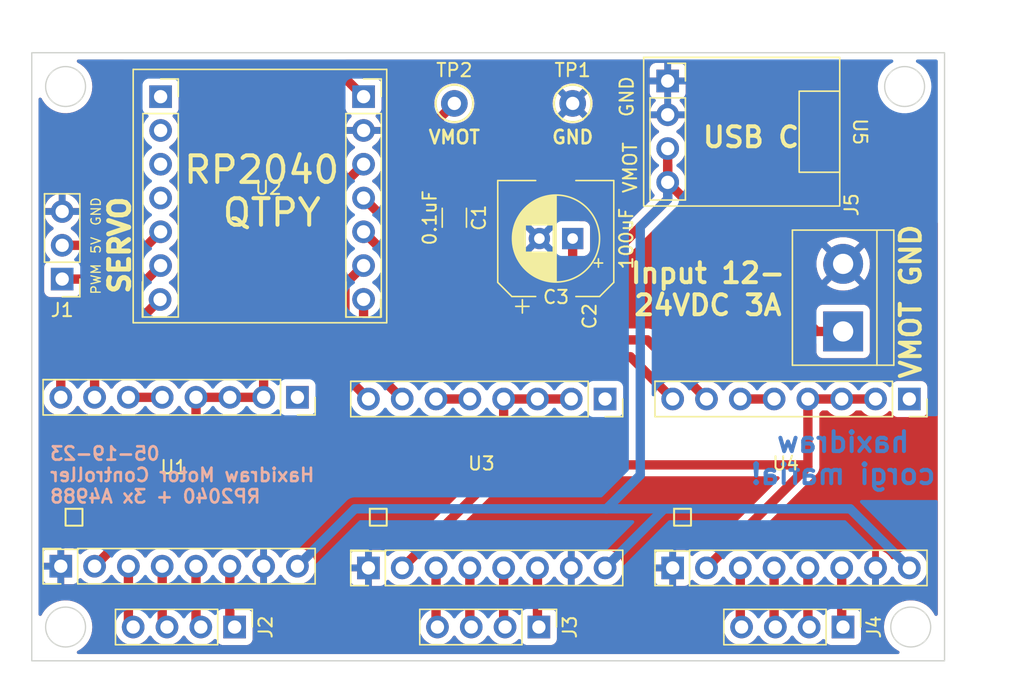
<source format=kicad_pcb>
(kicad_pcb (version 20211014) (generator pcbnew)
  (layers (0 "F.Cu" signal) (31 "B.Cu" signal) (34 "B.Paste" user) (35 "F.Paste" user) (36 "B.SilkS" user "B.Silkscreen") (37 "F.SilkS" user "F.Silkscreen") (38 "B.Mask" user) (39 "F.Mask" user) (44 "Edge.Cuts" user))
  (net 0 "")
  (net 1 "GND")
  (net 2 "Net-(J1-Pad1)")
  (net 3 "+5V")
  (net 4 "Net-(J2-Pad1)")
  (net 5 "Net-(J2-Pad2)")
  (net 6 "Net-(J2-Pad3)")
  (net 7 "Net-(J2-Pad4)")
  (net 8 "Net-(J3-Pad1)")
  (net 9 "Net-(J3-Pad2)")
  (net 10 "Net-(J3-Pad3)")
  (net 11 "Net-(J3-Pad4)")
  (net 12 "Net-(J4-Pad1)")
  (net 13 "Net-(J4-Pad2)")
  (net 14 "Net-(J4-Pad3)")
  (net 15 "Net-(J4-Pad4)")
  (net 17 "+3V3")
  (net 18 "Net-(U1-Pad5)")
  (net 19 "Net-(U1-Pad7)")
  (net 20 "Net-(U1-Pad8)")
  (net 25 "A7")
  (net 26 "A8")
  (net 27 "A9")
  (net 28 "A10")
  (net 30 "Net-(U3-Pad5)")
  (net 32 "Net-(U4-Pad5)")
  (net 33 "VMOT")
  (footprint "Capacitor_SMD:C_1206_3216Metric_Pad1.33x1.80mm_HandSolder" (layer "F.Cu") (at 72.39 70.8275 -90)
    (fp_text reference "C1" (at 0 -1.85 90) (layer "F.SilkS"))
    (fp_text value "0.1uF" (at 0 1.85 90) (layer "F.SilkS"))
    (fp_line (start -0.711252 0.91) (end 0.711252 0.91) (layer "F.SilkS") (width 0.12))
    (fp_line (start -0.711252 -0.91) (end 0.711252 -0.91) (layer "F.SilkS") (width 0.12))
    (pad "1" smd roundrect (at -1.5625 0 270) (size 1.325 1.8) (layers "F.Cu" "F.Paste" "F.Mask") (roundrect_rratio 0.1886792453) (net 1 "GND"))
    (pad "2" smd roundrect (at 1.5625 0 270) (size 1.325 1.8) (layers "F.Cu" "F.Paste" "F.Mask") (roundrect_rratio 0.1886792453) (net 33 "VMOT"))
  )
  (footprint "TestPoint:TestPoint_Keystone_5000-5004_Miniature" (layer "F.Cu") (at 72.39 62.23)
    (fp_text reference "TP2" (at 0 -2.5) (layer "F.SilkS"))
    (fp_text value "TestPoint")
    (fp_circle (center 0 0) (end 1.4 0) (layer "F.SilkS") (width 0.15) (fill none))
    (pad "1" thru_hole circle (at 0 0) (size 2 2) (drill 1) (layers *.Cu *.Mask) (net 33 "VMOT"))
  )
  (footprint "haxidraw:A4988" (layer "F.Cu") (at 68.9905 91.158 -90)
    (fp_text reference "U1" (at -1.575 17.6825 unlocked) (layer "F.SilkS"))
    (fp_text value "A4988")
    (fp_line (start 4.54 27.5) (end 4.54 26.17) (layer "F.SilkS") (width 0.12))
    (fp_line (start 7.2 26.17) (end 7.2 27.5) (layer "F.SilkS") (width 0.12))
    (fp_line (start 7.2 24.9) (end 4.54 24.9) (layer "F.SilkS") (width 0.12))
    (fp_line (start 7.2 24.9) (end 7.2 7.06) (layer "F.SilkS") (width 0.12))
    (fp_line (start -6.83 7.06) (end -5.5 7.06) (layer "F.SilkS") (width 0.12))
    (fp_line (start -5.5 9.66) (end -5.5 27.5) (layer "F.SilkS") (width 0.12))
    (fp_line (start -5.5 7.06) (end -5.5 8.39) (layer "F.SilkS") (width 0.12))
    (fp_line (start 5.87 27.5) (end 4.54 27.5) (layer "F.SilkS") (width 0.12))
    (fp_line (start -8.16 27.5) (end -5.5 27.5) (layer "F.SilkS") (width 0.12))
    (fp_line (start -8.16 9.66) (end -8.16 27.5) (layer "F.SilkS") (width 0.12))
    (fp_line (start 7.2 27.5) (end 5.87 27.5) (layer "F.SilkS") (width 0.12))
    (fp_line (start 4.6 24.84) (end 4.6 27.5) (layer "F.SilkS") (width 0.12))
    (fp_line (start 4.54 24.9) (end 4.54 7.06) (layer "F.SilkS") (width 0.12))
    (fp_line (start -8.16 9.66) (end -5.5 9.66) (layer "F.SilkS") (width 0.12))
    (fp_line (start 7.2 7.06) (end 4.54 7.06) (layer "F.SilkS") (width 0.12))
    (fp_line (start -8.16 24.84) (end -8.16 27.5) (layer "F.SilkS") (width 0.12))
    (pad "1" thru_hole rect (at -6.83 8.39 270) (size 1.7 1.7) (drill 1) (layers *.Cu *.Mask))
    (pad "2" thru_hole oval (at -6.83 10.93 270) (size 1.7 1.7) (drill 1) (layers *.Cu *.Mask) (net 17 "+3V3"))
    (pad "3" thru_hole oval (at -6.83 13.47 270) (size 1.7 1.7) (drill 1) (layers *.Cu *.Mask) (net 17 "+3V3"))
    (pad "4" thru_hole oval (at -6.83 16.01 270) (size 1.7 1.7) (drill 1) (layers *.Cu *.Mask) (net 17 "+3V3"))
    (pad "5" thru_hole oval (at -6.83 18.55 270) (size 1.7 1.7) (drill 1) (layers *.Cu *.Mask) (net 18 "Net-(U1-Pad5)"))
    (pad "6" thru_hole oval (at -6.83 21.09 270) (size 1.7 1.7) (drill 1) (layers *.Cu *.Mask) (net 18 "Net-(U1-Pad5)"))
    (pad "7" thru_hole oval (at -6.83 23.63 270) (size 1.7 1.7) (drill 1) (layers *.Cu *.Mask) (net 19 "Net-(U1-Pad7)"))
    (pad "8" thru_hole oval (at -6.83 26.17 270) (size 1.7 1.7) (drill 1) (layers *.Cu *.Mask) (net 20 "Net-(U1-Pad8)"))
    (pad "9" thru_hole rect (at 5.87 26.17 90) (size 1.7 1.7) (drill 1) (layers *.Cu *.Mask) (net 1 "GND"))
    (pad "10" thru_hole oval (at 5.87 23.63 90) (size 1.7 1.7) (drill 1) (layers *.Cu *.Mask) (net 17 "+3V3"))
    (pad "11" thru_hole oval (at 5.87 21.09 90) (size 1.7 1.7) (drill 1) (layers *.Cu *.Mask) (net 7 "Net-(J2-Pad4)"))
    (pad "12" thru_hole oval (at 5.87 18.55 90) (size 1.7 1.7) (drill 1) (layers *.Cu *.Mask) (net 6 "Net-(J2-Pad3)"))
    (pad "13" thru_hole oval (at 5.87 16.01 90) (size 1.7 1.7) (drill 1) (layers *.Cu *.Mask) (net 5 "Net-(J2-Pad2)"))
    (pad "14" thru_hole oval (at 5.87 13.47 90) (size 1.7 1.7) (drill 1) (layers *.Cu *.Mask) (net 4 "Net-(J2-Pad1)"))
    (pad "15" thru_hole oval (at 5.87 10.93 90) (size 1.7 1.7) (drill 1) (layers *.Cu *.Mask) (net 1 "GND"))
    (pad "16" thru_hole oval (at 5.87 8.39 90) (size 1.7 1.7) (drill 1) (layers *.Cu *.Mask) (net 33 "VMOT"))
  )
  (footprint "Connector_PinHeader_2.54mm:PinHeader_1x04_P2.54mm_Vertical" (layer "F.Cu") (at 101.59 101.6 -90)
    (fp_text reference "J4" (at 0 -2.33 90) (layer "F.SilkS"))
    (fp_text value "Conn_01x04")
    (fp_line (start -1.33 1.27) (end 1.33 1.27) (layer "F.SilkS") (width 0.12))
    (fp_line (start -1.33 8.95) (end 1.33 8.95) (layer "F.SilkS") (width 0.12))
    (fp_line (start -1.33 -1.33) (end 0 -1.33) (layer "F.SilkS") (width 0.12))
    (fp_line (start -1.33 0) (end -1.33 -1.33) (layer "F.SilkS") (width 0.12))
    (fp_line (start -1.33 1.27) (end -1.33 8.95) (layer "F.SilkS") (width 0.12))
    (fp_line (start 1.33 1.27) (end 1.33 8.95) (layer "F.SilkS") (width 0.12))
    (pad "1" thru_hole rect (at 0 0 270) (size 1.7 1.7) (drill 1) (layers *.Cu *.Mask) (net 12 "Net-(J4-Pad1)"))
    (pad "2" thru_hole oval (at 0 2.54 270) (size 1.7 1.7) (drill 1) (layers *.Cu *.Mask) (net 13 "Net-(J4-Pad2)"))
    (pad "3" thru_hole oval (at 0 5.08 270) (size 1.7 1.7) (drill 1) (layers *.Cu *.Mask) (net 14 "Net-(J4-Pad3)"))
    (pad "4" thru_hole oval (at 0 7.62 270) (size 1.7 1.7) (drill 1) (layers *.Cu *.Mask) (net 15 "Net-(J4-Pad4)"))
  )
  (footprint "haxidraw:QTPYXIAORP2040" (layer "F.Cu") (at 58.42 55.863)
    (fp_text reference "U2" (at 0 12.717 unlocked) (layer "F.SilkS"))
    (fp_text value "QTPY/XIAO_RP2040")
    (fp_line (start 8.48 4.53) (end 8.48 5.86) (layer "F.SilkS") (width 0.12))
    (fp_line (start -10.16 22.86) (end -10.16 3.81) (layer "F.SilkS") (width 0.12))
    (fp_line (start 5.82 22.43) (end 8.48 22.43) (layer "F.SilkS") (width 0.12))
    (fp_line (start 5.82 7.13) (end 5.82 22.43) (layer "F.SilkS") (width 0.12))
    (fp_line (start -9.43 7.13) (end -6.77 7.13) (layer "F.SilkS") (width 0.12))
    (fp_line (start 8.43 22.44) (end 7.1 22.44) (layer "F.SilkS") (width 0.12))
    (fp_line (start 8.48 7.13) (end 8.48 22.43) (layer "F.SilkS") (width 0.12))
    (fp_line (start 5.83 19.78) (end 5.83 22.44) (layer "F.SilkS") (width 0.12))
    (fp_line (start -8.1 4.53) (end -6.77 4.53) (layer "F.SilkS") (width 0.12))
    (fp_line (start -6.77 4.53) (end -6.77 5.86) (layer "F.SilkS") (width 0.12))
    (fp_line (start 5.82 7.13) (end 8.48 7.13) (layer "F.SilkS") (width 0.12))
    (fp_line (start -9.47 19.78) (end -9.47 22.44) (layer "F.SilkS") (width 0.12))
    (fp_line (start -10.16 3.81) (end 8.89 3.81) (layer "F.SilkS") (width 0.12))
    (fp_line (start 8.89 3.81) (end 8.89 22.86) (layer "F.SilkS") (width 0.12))
    (fp_line (start -9.43 22.43) (end -6.77 22.43) (layer "F.SilkS") (width 0.12))
    (fp_line (start 7.15 4.53) (end 8.48 4.53) (layer "F.SilkS") (width 0.12))
    (fp_line (start 8.43 21.11) (end 8.43 22.44) (layer "F.SilkS") (width 0.12))
    (fp_line (start -6.77 7.13) (end -6.77 22.43) (layer "F.SilkS") (width 0.12))
    (fp_line (start 8.89 22.86) (end -10.16 22.86) (layer "F.SilkS") (width 0.12))
    (fp_line (start -9.43 7.13) (end -9.43 22.43) (layer "F.SilkS") (width 0.12))
    (pad "0" thru_hole rect (at -8.1 5.86) (size 1.7 1.7) (drill 1) (layers *.Cu *.Mask))
    (pad "1" thru_hole oval (at -8.1 8.4) (size 1.7 1.7) (drill 1) (layers *.Cu *.Mask))
    (pad "2" thru_hole oval (at -8.1 10.94) (size 1.7 1.7) (drill 1) (layers *.Cu *.Mask))
    (pad "3" thru_hole oval (at -8.1 13.48) (size 1.7 1.7) (drill 1) (layers *.Cu *.Mask))
    (pad "3V3" thru_hole oval (at 7.15 10.94) (size 1.7 1.7) (drill 1) (layers *.Cu *.Mask) (net 17 "+3V3"))
    (pad "4" thru_hole oval (at -8.1 16.02) (size 1.7 1.7) (drill 1) (layers *.Cu *.Mask) (net 2 "Net-(J1-Pad1)"))
    (pad "5" thru_hole oval (at -8.1 18.56) (size 1.7 1.7) (drill 1) (layers *.Cu *.Mask) (net 20 "Net-(U1-Pad8)"))
    (pad "5V" thru_hole rect (at 7.15 5.86) (size 1.7 1.7) (drill 1) (layers *.Cu *.Mask) (net 3 "+5V"))
    (pad "6" thru_hole oval (at -8.14 21.11 270) (size 1.7 1.7) (drill 1) (layers *.Cu *.Mask) (net 19 "Net-(U1-Pad7)"))
    (pad "7" thru_hole oval (at 7.15 21.1) (size 1.7 1.7) (drill 1) (layers *.Cu *.Mask) (net 25 "A7"))
    (pad "8" thru_hole oval (at 7.15 18.56) (size 1.7 1.7) (drill 1) (layers *.Cu *.Mask) (net 26 "A8"))
    (pad "9" thru_hole oval (at 7.15 16.02) (size 1.7 1.7) (drill 1) (layers *.Cu *.Mask) (net 27 "A9"))
    (pad "10" thru_hole oval (at 7.15 13.48) (size 1.7 1.7) (drill 1) (layers *.Cu *.Mask) (net 28 "A10"))
    (pad "GND" thru_hole oval (at 7.15 8.4) (size 1.7 1.7) (drill 1) (layers *.Cu *.Mask) (net 1 "GND"))
  )
  (footprint "Connector_PinHeader_2.54mm:PinHeader_1x04_P2.54mm_Vertical" (layer "F.Cu") (at 55.88 101.6 -90)
    (fp_text reference "J2" (at 0 -2.33 90) (layer "F.SilkS"))
    (fp_text value "Conn_01x04")
    (fp_line (start -1.33 -1.33) (end 0 -1.33) (layer "F.SilkS") (width 0.12))
    (fp_line (start 1.33 1.27) (end 1.33 8.95) (layer "F.SilkS") (width 0.12))
    (fp_line (start -1.33 0) (end -1.33 -1.33) (layer "F.SilkS") (width 0.12))
    (fp_line (start -1.33 1.27) (end 1.33 1.27) (layer "F.SilkS") (width 0.12))
    (fp_line (start -1.33 1.27) (end -1.33 8.95) (layer "F.SilkS") (width 0.12))
    (fp_line (start -1.33 8.95) (end 1.33 8.95) (layer "F.SilkS") (width 0.12))
    (pad "1" thru_hole rect (at 0 0 270) (size 1.7 1.7) (drill 1) (layers *.Cu *.Mask) (net 4 "Net-(J2-Pad1)"))
    (pad "2" thru_hole oval (at 0 2.54 270) (size 1.7 1.7) (drill 1) (layers *.Cu *.Mask) (net 5 "Net-(J2-Pad2)"))
    (pad "3" thru_hole oval (at 0 5.08 270) (size 1.7 1.7) (drill 1) (layers *.Cu *.Mask) (net 6 "Net-(J2-Pad3)"))
    (pad "4" thru_hole oval (at 0 7.62 270) (size 1.7 1.7) (drill 1) (layers *.Cu *.Mask) (net 7 "Net-(J2-Pad4)"))
  )
  (footprint "haxidraw:A4988" (layer "F.Cu") (at 114.9645 91.285 -90)
    (fp_text reference "U4" (at -1.98 17.6825 unlocked) (layer "F.SilkS"))
    (fp_text value "A4988")
    (fp_line (start 4.6 24.84) (end 4.6 27.5) (layer "F.SilkS") (width 0.12))
    (fp_line (start 7.2 26.17) (end 7.2 27.5) (layer "F.SilkS") (width 0.12))
    (fp_line (start -8.16 24.84) (end -8.16 27.5) (layer "F.SilkS") (width 0.12))
    (fp_line (start -8.16 27.5) (end -5.5 27.5) (layer "F.SilkS") (width 0.12))
    (fp_line (start -5.5 7.06) (end -5.5 8.39) (layer "F.SilkS") (width 0.12))
    (fp_line (start 4.54 27.5) (end 4.54 26.17) (layer "F.SilkS") (width 0.12))
    (fp_line (start -5.5 9.66) (end -5.5 27.5) (layer "F.SilkS") (width 0.12))
    (fp_line (start 7.2 24.9) (end 4.54 24.9) (layer "F.SilkS") (width 0.12))
    (fp_line (start 7.2 24.9) (end 7.2 7.06) (layer "F.SilkS") (width 0.12))
    (fp_line (start -8.16 9.66) (end -5.5 9.66) (layer "F.SilkS") (width 0.12))
    (fp_line (start 7.2 27.5) (end 5.87 27.5) (layer "F.SilkS") (width 0.12))
    (fp_line (start 7.2 7.06) (end 4.54 7.06) (layer "F.SilkS") (width 0.12))
    (fp_line (start 4.54 24.9) (end 4.54 7.06) (layer "F.SilkS") (width 0.12))
    (fp_line (start 5.87 27.5) (end 4.54 27.5) (layer "F.SilkS") (width 0.12))
    (fp_line (start -6.83 7.06) (end -5.5 7.06) (layer "F.SilkS") (width 0.12))
    (fp_line (start -8.16 9.66) (end -8.16 27.5) (layer "F.SilkS") (width 0.12))
    (pad "1" thru_hole rect (at -6.83 8.39 270) (size 1.7 1.7) (drill 1) (layers *.Cu *.Mask))
    (pad "2" thru_hole oval (at -6.83 10.93 270) (size 1.7 1.7) (drill 1) (layers *.Cu *.Mask) (net 17 "+3V3"))
    (pad "3" thru_hole oval (at -6.83 13.47 270) (size 1.7 1.7) (drill 1) (layers *.Cu *.Mask) (net 17 "+3V3"))
    (pad "4" thru_hole oval (at -6.83 16.01 270) (size 1.7 1.7) (drill 1) (layers *.Cu *.Mask) (net 17 "+3V3"))
    (pad "5" thru_hole oval (at -6.83 18.55 270) (size 1.7 1.7) (drill 1) (layers *.Cu *.Mask) (net 32 "Net-(U4-Pad5)"))
    (pad "6" thru_hole oval (at -6.83 21.09 270) (size 1.7 1.7) (drill 1) (layers *.Cu *.Mask) (net 32 "Net-(U4-Pad5)"))
    (pad "7" thru_hole oval (at -6.83 23.63 270) (size 1.7 1.7) (drill 1) (layers *.Cu *.Mask) (net 28 "A10"))
    (pad "8" thru_hole oval (at -6.83 26.17 270) (size 1.7 1.7) (drill 1) (layers *.Cu *.Mask) (net 27 "A9"))
    (pad "9" thru_hole rect (at 5.87 26.17 90) (size 1.7 1.7) (drill 1) (layers *.Cu *.Mask) (net 1 "GND"))
    (pad "10" thru_hole oval (at 5.87 23.63 90) (size 1.7 1.7) (drill 1) (layers *.Cu *.Mask) (net 17 "+3V3"))
    (pad "11" thru_hole oval (at 5.87 21.09 90) (size 1.7 1.7) (drill 1) (layers *.Cu *.Mask) (net 15 "Net-(J4-Pad4)"))
    (pad "12" thru_hole oval (at 5.87 18.55 90) (size 1.7 1.7) (drill 1) (layers *.Cu *.Mask) (net 14 "Net-(J4-Pad3)"))
    (pad "13" thru_hole oval (at 5.87 16.01 90) (size 1.7 1.7) (drill 1) (layers *.Cu *.Mask) (net 13 "Net-(J4-Pad2)"))
    (pad "14" thru_hole oval (at 5.87 13.47 90) (size 1.7 1.7) (drill 1) (layers *.Cu *.Mask) (net 12 "Net-(J4-Pad1)"))
    (pad "15" thru_hole oval (at 5.87 10.93 90) (size 1.7 1.7) (drill 1) (layers *.Cu *.Mask) (net 1 "GND"))
    (pad "16" thru_hole oval (at 5.87 8.39 90) (size 1.7 1.7) (drill 1) (layers *.Cu *.Mask) (net 33 "VMOT"))
  )
  (footprint "Capacitor_SMD:CP_Elec_8x10.5" (layer "F.Cu") (at 80.01 72.39 90)
    (fp_text reference "C2" (at -5.842 2.54 90) (layer "F.SilkS"))
    (fp_text value "100uF" (at 0 5.3 90) (layer "F.SilkS"))
    (fp_line (start -3.295563 4.36) (end 4.36 4.36) (layer "F.SilkS") (width 0.12))
    (fp_line (start -4.36 -3.295563) (end -3.295563 -4.36) (layer "F.SilkS") (width 0.12))
    (fp_line (start -3.295563 -4.36) (end 4.36 -4.36) (layer "F.SilkS") (width 0.12))
    (fp_line (start -5.6 -2.51) (end -4.6 -2.51) (layer "F.SilkS") (width 0.12))
    (fp_line (start -5.1 -3.01) (end -5.1 -2.01) (layer "F.SilkS") (width 0.12))
    (fp_line (start -4.36 -3.295563) (end -4.36 -1.51) (layer "F.SilkS") (width 0.12))
    (fp_line (start 4.36 -4.36) (end 4.36 -1.51) (layer "F.SilkS") (width 0.12))
    (fp_line (start 4.36 4.36) (end 4.36 1.51) (layer "F.SilkS") (width 0.12))
    (fp_line (start -4.36 3.295563) (end -3.295563 4.36) (layer "F.SilkS") (width 0.12))
    (fp_line (start -4.36 3.295563) (end -4.36 1.51) (layer "F.SilkS") (width 0.12))
    (pad "1" smd roundrect (at -3.7 0 90) (size 4.4 2.5) (layers "F.Cu" "F.Paste" "F.Mask") (roundrect_rratio 0.1) (net 33 "VMOT"))
    (pad "2" smd roundrect (at 3.7 0 90) (size 4.4 2.5) (layers "F.Cu" "F.Paste" "F.Mask") (roundrect_rratio 0.1) (net 1 "GND"))
  )
  (footprint "TerminalBlock:TerminalBlock_bornier-2_P5.08mm" (layer "F.Cu") (at 101.6 79.375 90)
    (fp_text reference "J5" (at 9.525 0.635 90) (layer "F.SilkS"))
    (fp_text value "Screw_Terminal_01x02")
    (fp_line (start -2.54 -3.81) (end -2.54 3.81) (layer "F.SilkS") (width 0.12))
    (fp_line (start 7.62 2.54) (end -2.54 2.54) (layer "F.SilkS") (width 0.12))
    (fp_line (start 7.62 -3.81) (end -2.54 -3.81) (layer "F.SilkS") (width 0.12))
    (fp_line (start -2.54 3.81) (end 7.62 3.81) (layer "F.SilkS") (width 0.12))
    (fp_line (start 7.62 3.81) (end 7.62 -3.81) (layer "F.SilkS") (width 0.12))
    (pad "1" thru_hole rect (at 0 0 90) (size 3 3) (drill 1.52) (layers *.Cu *.Mask) (net 33 "VMOT"))
    (pad "2" thru_hole circle (at 5.08 0 90) (size 3 3) (drill 1.52) (layers *.Cu *.Mask) (net 1 "GND"))
  )
  (footprint "haxidraw:usbcPD" (layer "F.Cu") (at 94.742 54.705)
    (fp_text reference "U5" (at 8.128 9.652 270 unlocked) (layer "F.SilkS"))
    (fp_text value "USBC_PD")
    (fp_line (start -7.652 7.11) (end -7.652 14.79) (layer "F.SilkS") (width 0.12))
    (fp_line (start -7.652 7.11) (end -4.992 7.11) (layer "F.SilkS") (width 0.12))
    (fp_line (start -6.322 4.51) (end -4.992 4.51) (layer "F.SilkS") (width 0.12))
    (fp_line (start -7.652 14.79) (end -4.992 14.79) (layer "F.SilkS") (width 0.12))
    (fp_line (start -4.992 4.51) (end -4.992 5.84) (layer "F.SilkS") (width 0.12))
    (fp_line (start -4.992 7.11) (end -4.992 14.79) (layer "F.SilkS") (width 0.12))
    (fp_rect (start -8.128 4.064) (end 6.604 15.24) (layer "F.SilkS") (width 0.12) (fill none))
    (fp_rect (start 6.604 6.604) (end 3.556 12.7) (layer "F.SilkS") (width 0.12) (fill none))
    (pad "1" thru_hole rect (at -6.322 5.84) (size 1.7 1.7) (drill 1) (layers *.Cu *.Mask) (net 1 "GND"))
    (pad "2" thru_hole oval (at -6.322 8.38) (size 1.7 1.7) (drill 1) (layers *.Cu *.Mask) (net 1 "GND"))
    (pad "3" thru_hole oval (at -6.322 10.92) (size 1.7 1.7) (drill 1) (layers *.Cu *.Mask) (net 33 "VMOT"))
    (pad "4" thru_hole oval (at -6.322 13.46) (size 1.7 1.7) (drill 1) (layers *.Cu *.Mask) (net 33 "VMOT"))
  )
  (footprint "Connector_PinHeader_2.54mm:PinHeader_1x03_P2.54mm_Vertical" (layer "F.Cu") (at 42.926 75.438 180)
    (fp_text reference "J1" (at 0 -2.33) (layer "F.SilkS"))
    (fp_text value "Conn_01x03")
    (fp_line (start -1.33 0) (end -1.33 -1.33) (layer "F.SilkS") (width 0.12))
    (fp_line (start -1.33 6.41) (end 1.33 6.41) (layer "F.SilkS") (width 0.12))
    (fp_line (start -1.33 1.27) (end 1.33 1.27) (layer "F.SilkS") (width 0.12))
    (fp_line (start -1.33 1.27) (end -1.33 6.41) (layer "F.SilkS") (width 0.12))
    (fp_line (start 1.33 1.27) (end 1.33 6.41) (layer "F.SilkS") (width 0.12))
    (fp_line (start -1.33 -1.33) (end 0 -1.33) (layer "F.SilkS") (width 0.12))
    (pad "1" thru_hole rect (at 0 0 180) (size 1.7 1.7) (drill 1) (layers *.Cu *.Mask) (net 2 "Net-(J1-Pad1)"))
    (pad "2" thru_hole oval (at 0 2.54 180) (size 1.7 1.7) (drill 1) (layers *.Cu *.Mask) (net 3 "+5V"))
    (pad "3" thru_hole oval (at 0 5.08 180) (size 1.7 1.7) (drill 1) (layers *.Cu *.Mask) (net 1 "GND"))
  )
  (footprint "haxidraw:A4988" (layer "F.Cu") (at 92.1045 91.285 -90)
    (fp_text reference "U3" (at -1.98 17.6825 unlocked) (layer "F.SilkS"))
    (fp_text value "A4988")
    (fp_line (start 7.2 24.9) (end 7.2 7.06) (layer "F.SilkS") (width 0.12))
    (fp_line (start 7.2 27.5) (end 5.87 27.5) (layer "F.SilkS") (width 0.12))
    (fp_line (start -8.16 9.66) (end -5.5 9.66) (layer "F.SilkS") (width 0.12))
    (fp_line (start -8.16 27.5) (end -5.5 27.5) (layer "F.SilkS") (width 0.12))
    (fp_line (start 7.2 26.17) (end 7.2 27.5) (layer "F.SilkS") (width 0.12))
    (fp_line (start 5.87 27.5) (end 4.54 27.5) (layer "F.SilkS") (width 0.12))
    (fp_line (start 4.54 24.9) (end 4.54 7.06) (layer "F.SilkS") (width 0.12))
    (fp_line (start -5.5 9.66) (end -5.5 27.5) (layer "F.SilkS") (width 0.12))
    (fp_line (start -8.16 9.66) (end -8.16 27.5) (layer "F.SilkS") (width 0.12))
    (fp_line (start -5.5 7.06) (end -5.5 8.39) (layer "F.SilkS") (width 0.12))
    (fp_line (start 7.2 7.06) (end 4.54 7.06) (layer "F.SilkS") (width 0.12))
    (fp_line (start -6.83 7.06) (end -5.5 7.06) (layer "F.SilkS") (width 0.12))
    (fp_line (start 4.54 27.5) (end 4.54 26.17) (layer "F.SilkS") (width 0.12))
    (fp_line (start 4.6 24.84) (end 4.6 27.5) (layer "F.SilkS") (width 0.12))
    (fp_line (start -8.16 24.84) (end -8.16 27.5) (layer "F.SilkS") (width 0.12))
    (fp_line (start 7.2 24.9) (end 4.54 24.9) (layer "F.SilkS") (width 0.12))
    (pad "1" thru_hole rect (at -6.83 8.39 270) (size 1.7 1.7) (drill 1) (layers *.Cu *.Mask))
    (pad "2" thru_hole oval (at -6.83 10.93 270) (size 1.7 1.7) (drill 1) (layers *.Cu *.Mask) (net 17 "+3V3"))
    (pad "3" thru_hole oval (at -6.83 13.47 270) (size 1.7 1.7) (drill 1) (layers *.Cu *.Mask) (net 17 "+3V3"))
    (pad "4" thru_hole oval (at -6.83 16.01 270) (size 1.7 1.7) (drill 1) (layers *.Cu *.Mask) (net 17 "+3V3"))
    (pad "5" thru_hole oval (at -6.83 18.55 270) (size 1.7 1.7) (drill 1) (layers *.Cu *.Mask) (net 30 "Net-(U3-Pad5)"))
    (pad "6" thru_hole oval (at -6.83 21.09 270) (size 1.7 1.7) (drill 1) (layers *.Cu *.Mask) (net 30 "Net-(U3-Pad5)"))
    (pad "7" thru_hole oval (at -6.83 23.63 270) (size 1.7 1.7) (drill 1) (layers *.Cu *.Mask) (net 25 "A7"))
    (pad "8" thru_hole oval (at -6.83 26.17 270) (size 1.7 1.7) (drill 1) (layers *.Cu *.Mask) (net 26 "A8"))
    (pad "9" thru_hole rect (at 5.87 26.17 90) (size 1.7 1.7) (drill 1) (layers *.Cu *.Mask) (net 1 "GND"))
    (pad "10" thru_hole oval (at 5.87 23.63 90) (size 1.7 1.7) (drill 1) (layers *.Cu *.Mask) (net 17 "+3V3"))
    (pad "11" thru_hole oval (at 5.87 21.09 90) (size 1.7 1.7) (drill 1) (layers *.Cu *.Mask) (net 11 "Net-(J3-Pad4)"))
    (pad "12" thru_hole oval (at 5.87 18.55 90) (size 1.7 1.7) (drill 1) (layers *.Cu *.Mask) (net 10 "Net-(J3-Pad3)"))
    (pad "13" thru_hole oval (at 5.87 16.01 90) (size 1.7 1.7) (drill 1) (layers *.Cu *.Mask) (net 9 "Net-(J3-Pad2)"))
    (pad "14" thru_hole oval (at 5.87 13.47 90) (size 1.7 1.7) (drill 1) (layers *.Cu *.Mask) (net 8 "Net-(J3-Pad1)"))
    (pad "15" thru_hole oval (at 5.87 10.93 90) (size 1.7 1.7) (drill 1) (layers *.Cu *.Mask) (net 1 "GND"))
    (pad "16" thru_hole oval (at 5.87 8.39 90) (size 1.7 1.7) (drill 1) (layers *.Cu *.Mask) (net 33 "VMOT"))
  )
  (footprint "Connector_PinHeader_2.54mm:PinHeader_1x04_P2.54mm_Vertical" (layer "F.Cu") (at 78.74 101.6 -90)
    (fp_text reference "J3" (at 0 -2.33 90) (layer "F.SilkS"))
    (fp_text value "Conn_01x04")
    (fp_line (start -1.33 1.27) (end 1.33 1.27) (layer "F.SilkS") (width 0.12))
    (fp_line (start -1.33 1.27) (end -1.33 8.95) (layer "F.SilkS") (width 0.12))
    (fp_line (start -1.33 0) (end -1.33 -1.33) (layer "F.SilkS") (width 0.12))
    (fp_line (start -1.33 8.95) (end 1.33 8.95) (layer "F.SilkS") (width 0.12))
    (fp_line (start -1.33 -1.33) (end 0 -1.33) (layer "F.SilkS") (width 0.12))
    (fp_line (start 1.33 1.27) (end 1.33 8.95) (layer "F.SilkS") (width 0.12))
    (pad "1" thru_hole rect (at 0 0 270) (size 1.7 1.7) (drill 1) (layers *.Cu *.Mask) (net 8 "Net-(J3-Pad1)"))
    (pad "2" thru_hole oval (at 0 2.54 270) (size 1.7 1.7) (drill 1) (layers *.Cu *.Mask) (net 9 "Net-(J3-Pad2)"))
    (pad "3" thru_hole oval (at 0 5.08 270) (size 1.7 1.7) (drill 1) (layers *.Cu *.Mask) (net 10 "Net-(J3-Pad3)"))
    (pad "4" thru_hole oval (at 0 7.62 270) (size 1.7 1.7) (drill 1) (layers *.Cu *.Mask) (net 11 "Net-(J3-Pad4)"))
  )
  (footprint "TestPoint:TestPoint_Keystone_5000-5004_Miniature" (layer "F.Cu") (at 81.28 62.23)
    (fp_text reference "TP1" (at 0 -2.5) (layer "F.SilkS"))
    (fp_text value "TestPoint")
    (fp_circle (center 0 0) (end 1.4 0) (layer "F.SilkS") (width 0.15) (fill none))
    (pad "1" thru_hole circle (at 0 0) (size 2 2) (drill 1) (layers *.Cu *.Mask) (net 1 "GND"))
  )
  (footprint "Capacitor_THT:CP_Radial_D6.3mm_P2.50mm" (layer "F.Cu") (at 81.28 72.39 180)
    (fp_text reference "C3" (at 1.25 -4.4) (layer "F.SilkS"))
    (fp_text value "100uF DNP")
    (fp_line (start 1.49 1.04) (end 1.49 3.222) (layer "F.SilkS") (width 0.12))
    (fp_line (start 3.691 -2.137) (end 3.691 2.137) (layer "F.SilkS") (width 0.12))
    (fp_line (start 3.291 -2.516) (end 3.291 -1.04) (layer "F.SilkS") (width 0.12))
    (fp_line (start 2.291 -3.061) (end 2.291 -1.04) (layer "F.SilkS") (width 0.12))
    (fp_line (start 1.25 -3.23) (end 1.25 3.23) (layer "F.SilkS") (width 0.12))
    (fp_line (start 1.81 1.04) (end 1.81 3.182) (layer "F.SilkS") (width 0.12))
    (fp_line (start 1.61 -3.211) (end 1.61 -1.04) (layer "F.SilkS") (width 0.12))
    (fp_line (start 2.451 1.04) (end 2.451 3.002) (layer "F.SilkS") (width 0.12))
    (fp_line (start 3.011 1.04) (end 3.011 2.716) (layer "F.SilkS") (width 0.12))
    (fp_line (start 1.69 1.04) (end 1.69 3.201) (layer "F.SilkS") (width 0.12))
    (fp_line (start 2.851 1.04) (end 2.851 2.812) (layer "F.SilkS") (width 0.12))
    (fp_line (start 2.971 -2.742) (end 2.971 -1.04) (layer "F.SilkS") (width 0.12))
    (fp_line (start 3.051 1.04) (end 3.051 2.69) (layer "F.SilkS") (width 0.12))
    (fp_line (start 3.091 -2.664) (end 3.091 -1.04) (layer "F.SilkS") (width 0.12))
    (fp_line (start 3.211 1.04) (end 3.211 2.578) (layer "F.SilkS") (width 0.12))
    (fp_line (start 2.891 1.04) (end 2.891 2.79) (layer "F.SilkS") (width 0.12))
    (fp_line (start 1.93 1.04) (end 1.93 3.159) (layer "F.SilkS") (width 0.12))
    (fp_line (start 3.331 1.04) (end 3.331 2.484) (layer "F.SilkS") (width 0.12))
    (fp_line (start 1.37 -3.228) (end 1.37 3.228) (layer "F.SilkS") (width 0.12))
    (fp_line (start 4.371 -0.94) (end 4.371 0.94) (layer "F.SilkS") (width 0.12))
    (fp_line (start 2.611 -2.934) (end 2.611 -1.04) (layer "F.SilkS") (width 0.12))
    (fp_line (start 3.891 -1.89) (end 3.891 1.89) (layer "F.SilkS") (width 0.12))
    (fp_line (start 3.051 -2.69) (end 3.051 -1.04) (layer "F.SilkS") (width 0.12))
    (fp_line (start 1.85 1.04) (end 1.85 3.175) (layer "F.SilkS") (width 0.12))
    (fp_line (start 2.131 -3.11) (end 2.131 -1.04) (layer "F.SilkS") (width 0.12))
    (fp_line (start 3.291 1.04) (end 3.291 2.516) (layer "F.SilkS") (width 0.12))
    (fp_line (start 2.051 -3.131) (end 2.051 -1.04) (layer "F.SilkS") (width 0.12))
    (fp_line (start 4.211 -1.35) (end 4.211 1.35) (layer "F.SilkS") (width 0.12))
    (fp_line (start 2.731 1.04) (end 2.731 2.876) (layer "F.SilkS") (width 0.12))
    (fp_line (start 4.411 -0.802) (end 4.411 0.802) (layer "F.SilkS") (width 0.12))
    (fp_line (start 2.011 -3.141) (end 2.011 -1.04) (layer "F.SilkS") (width 0.12))
    (fp_line (start 2.811 -2.834) (end 2.811 -1.04) (layer "F.SilkS") (width 0.12))
    (fp_line (start 2.531 -2.97) (end 2.531 -1.04) (layer "F.SilkS") (width 0.12))
    (fp_line (start 2.931 -2.766) (end 2.931 -1.04) (layer "F.SilkS") (width 0.12))
    (fp_line (start 1.65 1.04) (end 1.65 3.206) (layer "F.SilkS") (width 0.12))
    (fp_line (start 1.61 1.04) (end 1.61 3.211) (layer "F.SilkS") (width 0.12))
    (fp_line (start 1.971 -3.15) (end 1.971 -1.04) (layer "F.SilkS") (width 0.12))
    (fp_line (start 2.851 -2.812) (end 2.851 -1.04) (layer "F.SilkS") (width 0.12))
    (fp_line (start 2.491 -2.986) (end 2.491 -1.04) (layer "F.SilkS") (width 0.12))
    (fp_line (start 2.411 1.04) (end 2.411 3.018) (layer "F.SilkS") (width 0.12))
    (fp_line (start 1.65 -3.206) (end 1.65 -1.04) (layer "F.SilkS") (width 0.12))
    (fp_line (start 2.051 1.04) (end 2.051 3.131) (layer "F.SilkS") (width 0.12))
    (fp_line (start 3.131 1.04) (end 3.131 2.636) (layer "F.SilkS") (width 0.12))
    (fp_line (start 1.77 1.04) (end 1.77 3.189) (layer "F.SilkS") (width 0.12))
    (fp_line (start 1.29 -3.23) (end 1.29 3.23) (layer "F.SilkS") (width 0.12))
    (fp_line (start 2.571 -2.952) (end 2.571 -1.04) (layer "F.SilkS") (width 0.12))
    (fp_line (start 2.091 1.04) (end 2.091 3.121) (layer "F.SilkS") (width 0.12))
    (fp_line (start 3.251 1.04) (end 3.251 2.548) (layer "F.SilkS") (width 0.12))
    (fp_line (start 4.331 -1.059) (end 4.331 1.059) (layer "F.SilkS") (width 0.12))
    (fp_line (start 4.251 -1.262) (end 4.251 1.262) (layer "F.SilkS") (width 0.12))
    (fp_line (start 2.371 -3.033) (end 2.371 -1.04) (layer "F.SilkS") (width 0.12))
    (fp_line (start 2.291 1.04) (end 2.291 3.061) (layer "F.SilkS") (width 0.12))
    (fp_line (start 2.251 -3.074) (end 2.251 -1.04) (layer "F.SilkS") (width 0.12))
    (fp_line (start 1.73 1.04) (end 1.73 3.195) (layer "F.SilkS") (width 0.12))
    (fp_line (start 3.331 -2.484) (end 3.331 -1.04) (layer "F.SilkS") (width 0.12))
    (fp_line (start 4.291 -1.165) (end 4.291 1.165) (layer "F.SilkS") (width 0.12))
    (fp_line (start 2.331 1.04) (end 2.331 3.047) (layer "F.SilkS") (width 0.12))
    (fp_line (start 1.77 -3.189) (end 1.77 -1.04) (layer "F.SilkS") (width 0.12))
    (fp_line (start 1.69 -3.201) (end 1.69 -1.04) (layer "F.SilkS") (width 0.12))
    (fp_line (start 2.771 -2.856) (end 2.771 -1.04) (layer "F.SilkS") (width 0.12))
    (fp_line (start 3.451 1.04) (end 3.451 2.38) (layer "F.SilkS") (width 0.12))
    (fp_line (start 1.57 1.04) (end 1.57 3.215) (layer "F.SilkS") (width 0.12))
    (fp_line (start 1.33 -3.23) (end 1.33 3.23) (layer "F.SilkS") (width 0.12))
    (fp_line (start 2.171 -3.098) (end 2.171 -1.04) (layer "F.SilkS") (width 0.12))
    (fp_line (start -1.935241 -2.154) (end -1.935241 -1.524) (layer "F.SilkS") (width 0.12))
    (fp_line (start 3.531 1.04) (end 3.531 2.305) (layer "F.SilkS") (width 0.12))
    (fp_line (start 2.611 1.04) (end 2.611 2.934) (layer "F.SilkS") (width 0.12))
    (fp_line (start 1.53 -3.218) (end 1.53 -1.04) (layer "F.SilkS") (width 0.12))
    (fp_line (start 3.411 -2.416) (end 3.411 -1.04) (layer "F.SilkS") (width 0.12))
    (fp_line (start 2.811 1.04) (end 2.811 2.834) (layer "F.SilkS") (width 0.12))
    (fp_line (start 2.891 -2.79) (end 2.891 -1.04) (layer "F.SilkS") (width 0.12))
    (fp_line (start 3.491 -2.343) (end 3.491 -1.04) (layer "F.SilkS") (width 0.12))
    (fp_line (start 1.45 -3.224) (end 1.45 3.224) (layer "F.SilkS") (width 0.12))
    (fp_line (start 3.971 -1.776) (end 3.971 1.776) (layer "F.SilkS") (width 0.12))
    (fp_line (start 3.851 -1.944) (end 3.851 1.944) (layer "F.SilkS") (width 0.12))
    (fp_line (start 4.051 -1.65) (end 4.051 1.65) (layer "F.SilkS") (width 0.12))
    (fp_line (start 3.611 -2.224) (end 3.611 2.224) (layer "F.SilkS") (width 0.12))
    (fp_line (start 1.89 1.04) (end 1.89 3.167) (layer "F.SilkS") (width 0.12))
    (fp_line (start 4.491 -0.402) (end 4.491 0.402) (layer "F.SilkS") (width 0.12))
    (fp_line (start 2.131 1.04) (end 2.131 3.11) (layer "F.SilkS") (width 0.12))
    (fp_line (start 2.771 1.04) (end 2.771 2.856) (layer "F.SilkS") (width 0.12))
    (fp_line (start 1.73 -3.195) (end 1.73 -1.04) (layer "F.SilkS") (width 0.12))
    (fp_line (start 1.41 -3.227) (end 1.41 3.227) (layer "F.SilkS") (width 0.12))
    (fp_line (start 3.091 1.04) (end 3.091 2.664) (layer "F.SilkS") (width 0.12))
    (fp_line (start 2.971 1.04) (end 2.971 2.742) (layer "F.SilkS") (width 0.12))
    (fp_line (start 1.93 -3.159) (end 1.93 -1.04) (layer "F.SilkS") (width 0.12))
    (fp_line (start 3.411 1.04) (end 3.411 2.416) (layer "F.SilkS") (width 0.12))
    (fp_line (start 2.211 1.04) (end 2.211 3.086) (layer "F.SilkS") (width 0.12))
    (fp_line (start 2.091 -3.121) (end 2.091 -1.04) (layer "F.SilkS") (width 0.12))
    (fp_line (start 2.931 1.04) (end 2.931 2.766) (layer "F.SilkS") (width 0.12))
    (fp_line (start 3.251 -2.548) (end 3.251 -1.04) (layer "F.SilkS") (width 0.12))
    (fp_line (start 4.091 -1.581) (end 4.091 1.581) (layer "F.SilkS") (width 0.12))
    (fp_line (start 2.491 1.04) (end 2.491 2.986) (layer "F.SilkS") (width 0.12))
    (fp_line (start 3.571 -2.265) (end 3.571 2.265) (layer "F.SilkS") (width 0.12))
    (fp_line (start 3.451 -2.38) (end 3.451 -1.04) (layer "F.SilkS") (width 0.12))
    (fp_line (start 4.131 -1.509) (end 4.131 1.509) (layer "F.SilkS") (width 0.12))
    (fp_line (start 2.651 1.04) (end 2.651 2.916) (layer "F.SilkS") (width 0.12))
    (fp_line (start 3.771 -2.044) (end 3.771 2.044) (layer "F.SilkS") (width 0.12))
    (fp_line (start 3.211 -2.578) (end 3.211 -1.04) (layer "F.SilkS") (width 0.12))
    (fp_line (start 1.971 1.04) (end 1.971 3.15) (layer "F.SilkS") (width 0.12))
    (fp_line (start 2.531 1.04) (end 2.531 2.97) (layer "F.SilkS") (width 0.12))
    (fp_line (start 3.731 -2.092) (end 3.731 2.092) (layer "F.SilkS") (width 0.12))
    (fp_line (start 1.89 -3.167) (end 1.89 -1.04) (layer "F.SilkS") (width 0.12))
    (fp_line (start 2.731 -2.876) (end 2.731 -1.04) (layer "F.SilkS") (width 0.12))
    (fp_line (start 1.57 -3.215) (end 1.57 -1.04) (layer "F.SilkS") (width 0.12))
    (fp_line (start 2.571 1.04) (end 2.571 2.952) (layer "F.SilkS") (width 0.12))
    (fp_line (start 2.331 -3.047) (end 2.331 -1.04) (layer "F.SilkS") (width 0.12))
    (fp_line (start 3.931 -1.834) (end 3.931 1.834) (layer "F.SilkS") (width 0.12))
    (fp_line (start 1.53 1.04) (end 1.53 3.218) (layer "F.SilkS") (width 0.12))
    (fp_line (start 2.691 1.04) (end 2.691 2.896) (layer "F.SilkS") (width 0.12))
    (fp_line (start -2.250241 -1.839) (end -1.620241 -1.839) (layer "F.SilkS") (width 0.12))
    (fp_line (start 3.131 -2.636) (end 3.131 -1.04) (layer "F.SilkS") (width 0.12))
    (fp_line (start 3.371 -2.45) (end 3.371 -1.04) (layer "F.SilkS") (width 0.12))
    (fp_line (start 2.691 -2.896) (end 2.691 -1.04) (layer "F.SilkS") (width 0.12))
    (fp_line (start 1.85 -3.175) (end 1.85 -1.04) (layer "F.SilkS") (width 0.12))
    (fp_line (start 3.811 -1.995) (end 3.811 1.995) (layer "F.SilkS") (width 0.12))
    (fp_line (start 3.011 -2.716) (end 3.011 -1.04) (layer "F.SilkS") (width 0.12))
    (fp_line (start 2.251 1.04) (end 2.251 3.074) (layer "F.SilkS") (width 0.12))
    (fp_line (start 4.171 -1.432) (end 4.171 1.432) (layer "F.SilkS") (width 0.12))
    (fp_line (start 2.371 1.04) (end 2.371 3.033) (layer "F.SilkS") (width 0.12))
    (fp_line (start 1.49 -3.222) (end 1.49 -1.04) (layer "F.SilkS") (width 0.12))
    (fp_line (start 1.81 -3.182) (end 1.81 -1.04) (layer "F.SilkS") (width 0.12))
    (fp_line (start 3.171 1.04) (end 3.171 2.607) (layer "F.SilkS") (width 0.12))
    (fp_line (start 3.491 1.04) (end 3.491 2.343) (layer "F.SilkS") (width 0.12))
    (fp_line (start 2.651 -2.916) (end 2.651 -1.04) (layer "F.SilkS") (width 0.12))
    (fp_line (start 2.451 -3.002) (end 2.451 -1.04) (layer "F.SilkS") (width 0.12))
    (fp_line (start 2.011 1.04) (end 2.011 3.141) (layer "F.SilkS") (width 0.12))
    (fp_line (start 4.011 -1.714) (end 4.011 1.714) (layer "F.SilkS") (width 0.12))
    (fp_line (start 3.531 -2.305) (end 3.531 -1.04) (layer "F.SilkS") (width 0.12))
    (fp_line (start 2.211 -3.086) (end 2.211 -1.04) (layer "F.SilkS") (width 0.12))
    (fp_line (start 3.371 1.04) (end 3.371 2.45) (layer "F.SilkS") (width 0.12))
    (fp_line (start 3.651 -2.182) (end 3.651 2.182) (layer "F.SilkS") (width 0.12))
    (fp_line (start 3.171 -2.607) (end 3.171 -1.04) (layer "F.SilkS") (width 0.12))
    (fp_line (start 4.451 -0.633) (end 4.451 0.633) (layer "F.SilkS") (width 0.12))
    (fp_line (start 2.411 -3.018) (end 2.411 -1.04) (layer "F.SilkS") (width 0.12))
    (fp_line (start 2.171 1.04) (end 2.171 3.098) (layer "F.SilkS") (width 0.12))
    (fp_circle (center 1.25 0) (end 4.52 0) (layer "F.SilkS") (width 0.12) (fill none))
    (pad "1" thru_hole rect (at 0 0 180) (size 1.6 1.6) (drill 0.8) (layers *.Cu *.Mask) (net 33 "VMOT"))
    (pad "2" thru_hole circle (at 2.5 0 180) (size 1.6 1.6) (drill 0.8) (layers *.Cu *.Mask) (net 1 "GND"))
  )
  (gr_rect (start 88.9 92.71) (end 90.17 93.98) (layer "F.SilkS") (width 0.15) (fill none))
  (gr_rect (start 66.04 92.71) (end 67.31 93.98) (layer "F.SilkS") (width 0.15) (fill none))
  (gr_rect (start 43.18 92.71) (end 44.45 93.98) (layer "F.SilkS") (width 0.15) (fill none))
  (gr_circle (center 106.68 101.6) (end 108.18 101.6) (layer "Edge.Cuts") (width 0.1) (fill none))
  (gr_circle (center 43.18 60.96) (end 44.68 60.96) (layer "Edge.Cuts") (width 0.1) (fill none))
  (gr_rect (start 40.64 58.42) (end 109.22 104.14) (layer "Edge.Cuts") (width 0.1) (fill none))
  (gr_circle (center 106.22 60.96) (end 107.72 60.96) (layer "Edge.Cuts") (width 0.1) (fill none))
  (gr_circle (center 43.18 101.6) (end 44.68 101.6) (layer "Edge.Cuts") (width 0.1) (fill none))
  (gr_text "haxidraw\ncorgi mafia!" (at 101.6 88.9) (layer "B.Cu") (effects (font (size 1.5 1.5) (thickness 0.3)) (justify mirror)))
  (gr_text "05-19-23\nHaxidraw Motor Controller\nRP2040 + 3x A4988" (at 41.91 90.17) (layer "B.SilkS") (effects (font (size 1 1) (thickness 0.2)) (justify right mirror)))
  (gr_text "VMOT\n" (at 72.39 64.77) (layer "F.SilkS") (effects (font (size 1 1) (thickness 0.2))))
  (gr_text "GND" (at 81.28 64.77) (layer "F.SilkS") (effects (font (size 1 1) (thickness 0.2))))
  (gr_text "GND\n" (at 45.466 70.358 90) (layer "F.SilkS") (effects (font (size 0.7 0.7) (thickness 0.1))))
  (gr_text "SERVO\n" (at 47.244 72.898 90) (layer "F.SilkS") (effects (font (size 1.5 1.5) (thickness 0.375))))
  (gr_text "GND\n" (at 85.344 61.722 90) (layer "F.SilkS") (effects (font (size 1 1))))
  (gr_text "RP2040 \nQTPY\n" (at 58.674 68.834) (layer "F.SilkS") (effects (font (size 2 2) (thickness 0.3))))
  (gr_text "USB C " (at 95.25 64.77) (layer "F.SilkS") (effects (font (size 1.5 1.5) (thickness 0.3))))
  (gr_text "VMOT" (at 85.598 67.056 90) (layer "F.SilkS") (effects (font (size 1 1))))
  (gr_text "VMOT\n" (at 106.68 80.01 90) (layer "F.SilkS") (effects (font (size 1.5 1.5) (thickness 0.3))))
  (gr_text "Input 12-\n24VDC 3A\n" (at 91.44 76.2) (layer "F.SilkS") (effects (font (size 1.5 1.5) (thickness 0.3))))
  (gr_text "PWM" (at 45.466 75.438 90) (layer "F.SilkS") (effects (font (size 0.7 0.7) (thickness 0.1))))
  (gr_text "5V\n" (at 45.466 72.898 90) (layer "F.SilkS") (effects (font (size 0.7 0.7) (thickness 0.1))))
  (gr_text "GND\n" (at 106.68 73.66 90) (layer "F.SilkS") (effects (font (size 1.5 1.5) (thickness 0.3))))
  (segment (start 42.926 75.438) (end 46.765 75.438) (width 0.7) (layer "F.Cu") (net 2))
  (segment (start 46.765 75.438) (end 50.32 71.883) (width 0.7) (layer "F.Cu") (net 2))
  (segment (start 46.99 71.374) (end 45.466 72.898) (width 0.7) (layer "F.Cu") (net 3))
  (segment (start 45.466 72.898) (end 42.926 72.898) (width 0.7) (layer "F.Cu") (net 3))
  (segment (start 63.537 59.69) (end 48.26 59.69) (width 0.7) (layer "F.Cu") (net 3))
  (segment (start 65.57 61.723) (end 63.537 59.69) (width 0.7) (layer "F.Cu") (net 3))
  (segment (start 46.99 60.96) (end 46.99 71.374) (width 0.7) (layer "F.Cu") (net 3))
  (segment (start 48.26 59.69) (end 46.99 60.96) (width 0.7) (layer "F.Cu") (net 3))
  (segment (start 55.5205 101.2505) (end 55.87 101.6) (width 0.7) (layer "F.Cu") (net 4))
  (segment (start 55.5205 97.028) (end 55.5205 101.2505) (width 0.7) (layer "F.Cu") (net 4))
  (segment (start 52.9805 101.2505) (end 53.33 101.6) (width 0.7) (layer "F.Cu") (net 5))
  (segment (start 52.9805 97.028) (end 52.9805 101.2505) (width 0.7) (layer "F.Cu") (net 5))
  (segment (start 50.4405 97.028) (end 50.4405 101.2505) (width 0.7) (layer "F.Cu") (net 6))
  (segment (start 50.4405 101.2505) (end 50.79 101.6) (width 0.7) (layer "F.Cu") (net 6))
  (segment (start 47.9005 97.028) (end 47.9005 101.2505) (width 0.7) (layer "F.Cu") (net 7))
  (segment (start 47.9005 101.2505) (end 48.25 101.6) (width 0.7) (layer "F.Cu") (net 7))
  (segment (start 78.6345 101.4945) (end 78.74 101.6) (width 0.7) (layer "F.Cu") (net 8))
  (segment (start 78.6345 97.155) (end 78.6345 101.4945) (width 0.7) (layer "F.Cu") (net 8))
  (segment (start 76.0945 101.4945) (end 76.2 101.6) (width 0.7) (layer "F.Cu") (net 9))
  (segment (start 76.0945 97.155) (end 76.0945 101.4945) (width 0.7) (layer "F.Cu") (net 9))
  (segment (start 73.5545 101.4945) (end 73.66 101.6) (width 0.7) (layer "F.Cu") (net 10))
  (segment (start 73.5545 97.155) (end 73.5545 101.4945) (width 0.7) (layer "F.Cu") (net 10))
  (segment (start 71.0145 97.155) (end 71.0145 101.4945) (width 0.7) (layer "F.Cu") (net 11))
  (segment (start 71.0145 101.4945) (end 71.12 101.6) (width 0.7) (layer "F.Cu") (net 11))
  (segment (start 101.4945 97.155) (end 101.4945 101.5045) (width 0.7) (layer "F.Cu") (net 12))
  (segment (start 101.4945 101.5045) (end 101.59 101.6) (width 0.7) (layer "F.Cu") (net 12))
  (segment (start 98.9545 97.155) (end 98.9545 101.5045) (width 0.7) (layer "F.Cu") (net 13))
  (segment (start 98.9545 101.5045) (end 99.05 101.6) (width 0.7) (layer "F.Cu") (net 13))
  (segment (start 96.4145 101.5045) (end 96.51 101.6) (width 0.7) (layer "F.Cu") (net 14))
  (segment (start 96.4145 97.155) (end 96.4145 101.5045) (width 0.7) (layer "F.Cu") (net 14))
  (segment (start 93.8745 101.5045) (end 93.97 101.6) (width 0.7) (layer "F.Cu") (net 15))
  (segment (start 93.8745 97.155) (end 93.8745 101.5045) (width 0.7) (layer "F.Cu") (net 15))
  (segment (start 65.57 66.803) (end 58.0605 74.3125) (width 0.7) (layer "F.Cu") (net 17))
  (segment (start 52.9805 84.328) (end 52.9805 89.408) (width 0.7) (layer "F.Cu") (net 17))
  (segment (start 75.9675 89.408) (end 76.0945 89.535) (width 0.7) (layer "F.Cu") (net 17))
  (segment (start 58.0605 74.3125) (end 58.0605 84.328) (width 0.7) (layer "F.Cu") (net 17))
  (segment (start 52.9805 84.328) (end 58.0605 84.328) (width 0.7) (layer "F.Cu") (net 17))
  (segment (start 52.9805 89.408) (end 75.9675 89.408) (width 0.7) (layer "F.Cu") (net 17))
  (segment (start 52.9805 89.408) (end 45.3605 97.028) (width 0.7) (layer "F.Cu") (net 17))
  (segment (start 98.8275 89.408) (end 98.9545 89.535) (width 0.7) (layer "F.Cu") (net 17))
  (segment (start 98.9545 84.455) (end 104.0345 84.455) (width 0.7) (layer "F.Cu") (net 17))
  (segment (start 76.0945 84.455) (end 81.1745 84.455) (width 0.7) (layer "F.Cu") (net 17))
  (segment (start 98.9545 89.535) (end 91.3345 97.155) (width 0.7) (layer "F.Cu") (net 17))
  (segment (start 76.0945 89.535) (end 68.4745 97.155) (width 0.7) (layer "F.Cu") (net 17))
  (segment (start 98.9545 84.455) (end 98.9545 89.535) (width 0.7) (layer "F.Cu") (net 17))
  (segment (start 75.9675 89.408) (end 98.8275 89.408) (width 0.7) (layer "F.Cu") (net 17))
  (segment (start 76.0945 84.455) (end 76.0945 89.535) (width 0.7) (layer "F.Cu") (net 17))
  (segment (start 50.4405 84.328) (end 47.9005 84.328) (width 0.7) (layer "F.Cu") (net 18))
  (segment (start 45.3605 81.8925) (end 45.3605 84.328) (width 0.7) (layer "F.Cu") (net 19))
  (segment (start 50.28 76.973) (end 45.3605 81.8925) (width 0.7) (layer "F.Cu") (net 19))
  (segment (start 50.32 74.423) (end 42.8205 81.9225) (width 0.7) (layer "F.Cu") (net 20))
  (segment (start 42.8205 81.9225) (end 42.8205 84.328) (width 0.7) (layer "F.Cu") (net 20))
  (segment (start 65.57 76.963) (end 65.57 81.5505) (width 0.7) (layer "F.Cu") (net 25))
  (segment (start 65.57 81.5505) (end 68.4745 84.455) (width 0.7) (layer "F.Cu") (net 25))
  (segment (start 64.17 75.823) (end 64.17 82.6905) (width 0.7) (layer "F.Cu") (net 26))
  (segment (start 65.57 74.423) (end 64.17 75.823) (width 0.7) (layer "F.Cu") (net 26))
  (segment (start 64.17 82.6905) (end 65.9345 84.455) (width 0.7) (layer "F.Cu") (net 26))
  (segment (start 65.57 71.883) (end 73.66 79.973) (width 0.7) (layer "F.Cu") (net 27))
  (segment (start 74.93 81.28) (end 85.6195 81.28) (width 0.7) (layer "F.Cu") (net 27))
  (segment (start 73.66 79.973) (end 73.66 80.01) (width 0.7) (layer "F.Cu") (net 27))
  (segment (start 73.66 80.01) (end 74.93 81.28) (width 0.7) (layer "F.Cu") (net 27))
  (segment (start 85.6195 81.28) (end 88.7945 84.455) (width 0.7) (layer "F.Cu") (net 27))
  (segment (start 71.12 74.93) (end 71.12 74.893) (width 0.7) (layer "F.Cu") (net 28))
  (segment (start 76.2 80.01) (end 71.12 74.93) (width 0.7) (layer "F.Cu") (net 28))
  (segment (start 86.8895 80.01) (end 76.2 80.01) (width 0.7) (layer "F.Cu") (net 28))
  (segment (start 71.12 74.893) (end 65.57 69.343) (width 0.7) (layer "F.Cu") (net 28))
  (segment (start 91.3345 84.455) (end 86.8895 80.01) (width 0.7) (layer "F.Cu") (net 28))
  (segment (start 71.0145 84.455) (end 73.5545 84.455) (width 0.7) (layer "F.Cu") (net 30))
  (segment (start 93.8745 84.455) (end 96.4145 84.455) (width 0.7) (layer "F.Cu") (net 32))
  (segment (start 72.39 72.39) (end 76.09 76.09) (width 0.7) (layer "F.Cu") (net 33))
  (segment (start 70.94 63.68) (end 70.94 70.94) (width 0.7) (layer "F.Cu") (net 33))
  (segment (start 99.63 79.375) (end 101.6 79.375) (width 0.7) (layer "F.Cu") (net 33))
  (segment (start 70.94 70.94) (end 72.39 72.39) (width 0.7) (layer "F.Cu") (net 33))
  (segment (start 88.42 65.625) (end 88.42 68.165) (width 0.7) (layer "F.Cu") (net 33))
  (segment (start 76.09 76.09) (end 80.01 76.09) (width 0.7) (layer "F.Cu") (net 33))
  (segment (start 72.39 62.23) (end 70.94 63.68) (width 0.7) (layer "F.Cu") (net 33))
  (segment (start 88.42 69.435) (end 88.42 66.895) (width 0.7) (layer "F.Cu") (net 33))
  (segment (start 81.765 76.09) (end 88.42 69.435) (width 0.7) (layer "F.Cu") (net 33))
  (segment (start 81.28 72.39) (end 81.28 74.82) (width 0.7) (layer "F.Cu") (net 33))
  (segment (start 80.01 76.09) (end 81.765 76.09) (width 0.7) (layer "F.Cu") (net 33))
  (segment (start 88.42 68.165) (end 99.63 79.375) (width 0.7) (layer "F.Cu") (net 33))
  (segment (start 81.28 74.82) (end 80.01 76.09) (width 0.7) (layer "F.Cu") (net 33))
  (segment (start 86.36 90.17) (end 86.36 71.495) (width 0.7) (layer "B.Cu") (net 33))
  (segment (start 64.9185 92.71) (end 83.82 92.71) (width 0.7) (layer "B.Cu") (net 33))
  (segment (start 88.42 69.435) (end 88.42 68.165) (width 0.7) (layer "B.Cu") (net 33))
  (segment (start 60.6005 97.028) (end 64.9185 92.71) (width 0.7) (layer "B.Cu") (net 33))
  (segment (start 83.7145 97.155) (end 88.1595 92.71) (width 0.7) (layer "B.Cu") (net 33))
  (segment (start 88.1595 92.71) (end 88.9 92.71) (width 0.7) (layer "B.Cu") (net 33))
  (segment (start 83.82 92.71) (end 86.36 90.17) (width 0.7) (layer "B.Cu") (net 33))
  (segment (start 102.1295 92.71) (end 106.5745 97.155) (width 0.7) (layer "B.Cu") (net 33))
  (segment (start 88.9 92.71) (end 102.1295 92.71) (width 0.7) (layer "B.Cu") (net 33))
  (segment (start 86.36 71.495) (end 88.42 69.435) (width 0.7) (layer "B.Cu") (net 33))
  (segment (start 83.82 92.71) (end 88.9 92.71) (width 0.7) (layer "B.Cu") (net 33))
  (zone (net 1) (net_name "GND") (layers F&B.Cu) (connect_pads (clearance 0.508)) (min_thickness 0.254) (fill yes (thermal_gap 0.508) (thermal_bridge_width 0.508))
    (polygon (pts (xy 110.49 105.41) (xy 39.37 105.41) (xy 39.37 57.15) (xy 110.49 57.15)))
  )
  (zone (net 0) (net_name "") (layer "F.Cu") (connect_pads (clearance 0)) (min_thickness 0.254)
    (keepout (tracks not_allowed) (vias not_allowed) (pads not_allowed) (copperpour not_allowed) (footprints allowed))
    (fill (thermal_gap 0.508) (thermal_bridge_width 0.508))
    (polygon (pts (xy 109.22 71.12) (xy 92.71 71.12) (xy 90.17 68.58) (xy 90.17 58.42) (xy 109.22 58.42)))
  )
)
</source>
